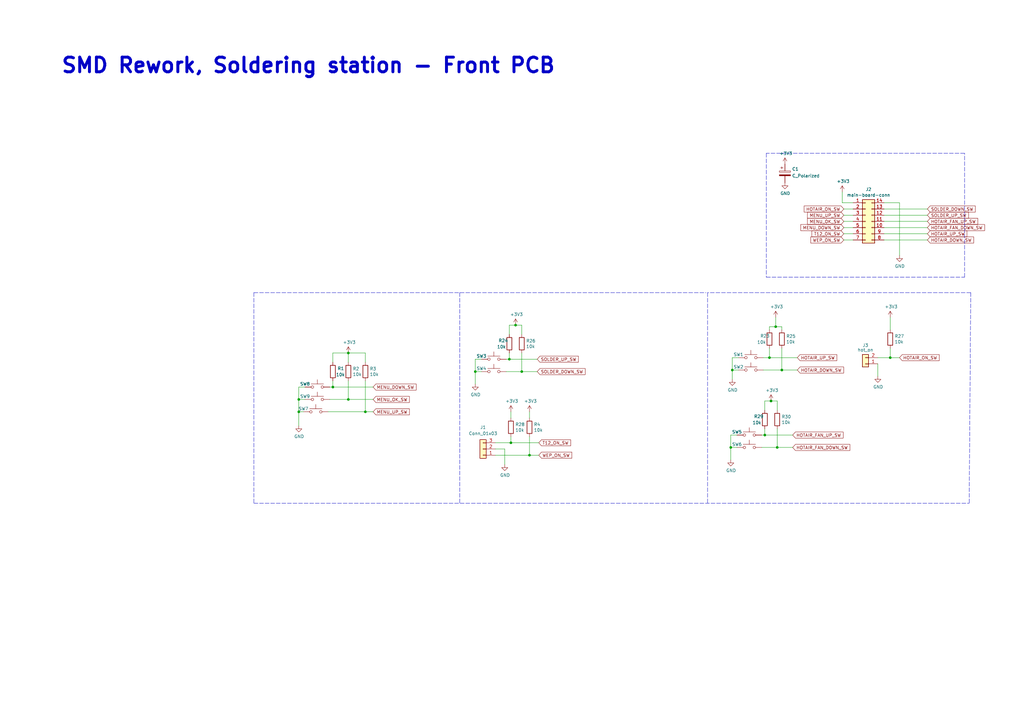
<source format=kicad_sch>
(kicad_sch (version 20211123) (generator eeschema)
  (paper "A3")
  (lib_symbols
    (symbol "Connector_Generic:Conn_01x02" (pin_names (offset 1.016) hide)
      (property "Reference" "J" (at 0 2.54 0))
      (property "Value" "Conn_01x02" (at 0 -5.08 0))
      (symbol "Conn_01x02_1_1"
        (rectangle (start -1.27 -2.413) (end 0 -2.667) (stroke (width 0.1524)))
        (rectangle (start -1.27 0.127) (end 0 -0.127) (stroke (width 0.1524)))
        (rectangle (start -1.27 1.27) (end 1.27 -3.81) (stroke (width 0.254)) (fill (type background)))
        (pin passive line (at -5.08 0 0) (length 3.81) (name "Pin_1") (number "1"))
        (pin passive line (at -5.08 -2.54 0) (length 3.81) (name "Pin_2") (number "2"))
      )
    )
    (symbol "Connector_Generic:Conn_01x03" (pin_names (offset 1.016) hide)
      (property "Reference" "J" (at 0 5.08 0))
      (property "Value" "Conn_01x03" (at 0 -5.08 0))
      (symbol "Conn_01x03_1_1"
        (rectangle (start -1.27 -2.413) (end 0 -2.667) (stroke (width 0.1524)))
        (rectangle (start -1.27 0.127) (end 0 -0.127) (stroke (width 0.1524)))
        (rectangle (start -1.27 2.667) (end 0 2.413) (stroke (width 0.1524)))
        (rectangle (start -1.27 3.81) (end 1.27 -3.81) (stroke (width 0.254)) (fill (type background)))
        (pin passive line (at -5.08 2.54 0) (length 3.81) (name "Pin_1") (number "1"))
        (pin passive line (at -5.08 0 0) (length 3.81) (name "Pin_2") (number "2"))
        (pin passive line (at -5.08 -2.54 0) (length 3.81) (name "Pin_3") (number "3"))
      )
    )
    (symbol "Connector_Generic:Conn_02x07_Counter_Clockwise" (pin_names (offset 1.016) hide)
      (property "Reference" "J" (at 1.27 10.16 0))
      (property "Value" "Conn_02x07_Counter_Clockwise" (at 1.27 -10.16 0))
      (symbol "Conn_02x07_Counter_Clockwise_1_1"
        (rectangle (start -1.27 -7.493) (end 0 -7.747) (stroke (width 0.1524)))
        (rectangle (start -1.27 -4.953) (end 0 -5.207) (stroke (width 0.1524)))
        (rectangle (start -1.27 -2.413) (end 0 -2.667) (stroke (width 0.1524)))
        (rectangle (start -1.27 0.127) (end 0 -0.127) (stroke (width 0.1524)))
        (rectangle (start -1.27 2.667) (end 0 2.413) (stroke (width 0.1524)))
        (rectangle (start -1.27 5.207) (end 0 4.953) (stroke (width 0.1524)))
        (rectangle (start -1.27 7.747) (end 0 7.493) (stroke (width 0.1524)))
        (rectangle (start -1.27 8.89) (end 3.81 -8.89) (stroke (width 0.254)) (fill (type background)))
        (rectangle (start 3.81 -7.493) (end 2.54 -7.747) (stroke (width 0.1524)))
        (rectangle (start 3.81 -4.953) (end 2.54 -5.207) (stroke (width 0.1524)))
        (rectangle (start 3.81 -2.413) (end 2.54 -2.667) (stroke (width 0.1524)))
        (rectangle (start 3.81 0.127) (end 2.54 -0.127) (stroke (width 0.1524)))
        (rectangle (start 3.81 2.667) (end 2.54 2.413) (stroke (width 0.1524)))
        (rectangle (start 3.81 5.207) (end 2.54 4.953) (stroke (width 0.1524)))
        (rectangle (start 3.81 7.747) (end 2.54 7.493) (stroke (width 0.1524)))
        (pin passive line (at -5.08 7.62 0) (length 3.81) (name "Pin_1") (number "1"))
        (pin passive line (at 7.62 -2.54 180) (length 3.81) (name "Pin_10") (number "10"))
        (pin passive line (at 7.62 0 180) (length 3.81) (name "Pin_11") (number "11"))
        (pin passive line (at 7.62 2.54 180) (length 3.81) (name "Pin_12") (number "12"))
        (pin passive line (at 7.62 5.08 180) (length 3.81) (name "Pin_13") (number "13"))
        (pin passive line (at 7.62 7.62 180) (length 3.81) (name "Pin_14") (number "14"))
        (pin passive line (at -5.08 5.08 0) (length 3.81) (name "Pin_2") (number "2"))
        (pin passive line (at -5.08 2.54 0) (length 3.81) (name "Pin_3") (number "3"))
        (pin passive line (at -5.08 0 0) (length 3.81) (name "Pin_4") (number "4"))
        (pin passive line (at -5.08 -2.54 0) (length 3.81) (name "Pin_5") (number "5"))
        (pin passive line (at -5.08 -5.08 0) (length 3.81) (name "Pin_6") (number "6"))
        (pin passive line (at -5.08 -7.62 0) (length 3.81) (name "Pin_7") (number "7"))
        (pin passive line (at 7.62 -7.62 180) (length 3.81) (name "Pin_8") (number "8"))
        (pin passive line (at 7.62 -5.08 180) (length 3.81) (name "Pin_9") (number "9"))
      )
    )
    (symbol "Device:C_Polarized" (pin_numbers hide) (pin_names (offset 0.254))
      (property "Reference" "C" (at 0.635 2.54 0))
      (property "Value" "C_Polarized" (at 0.635 -2.54 0))
      (symbol "C_Polarized_0_1"
        (rectangle (start -2.286 0.508) (end 2.286 1.016))
        (polyline (pts (xy -1.778 2.286) (xy -0.762 2.286)))
        (polyline (pts (xy -1.27 2.794) (xy -1.27 1.778)))
        (rectangle (start 2.286 -0.508) (end -2.286 -1.016) (fill (type outline)))
      )
      (symbol "C_Polarized_1_1"
        (pin passive line (at 0 3.81 270) (length 2.794) (name "~") (number "1"))
        (pin passive line (at 0 -3.81 90) (length 2.794) (name "~") (number "2"))
      )
    )
    (symbol "Device:R" (pin_numbers hide) (pin_names (offset 0))
      (property "Reference" "R" (at 2.032 0 90))
      (property "Value" "R" (at 0 0 90))
      (symbol "R_0_1"
        (rectangle (start -1.016 -2.54) (end 1.016 2.54) (stroke (width 0.254)))
      )
      (symbol "R_1_1"
        (pin passive line (at 0 3.81 270) (length 1.27) (name "~") (number "1"))
        (pin passive line (at 0 -3.81 90) (length 1.27) (name "~") (number "2"))
      )
    )
    (symbol "Switch:SW_Push" (pin_numbers hide) (pin_names (offset 1.016) hide)
      (property "Reference" "SW" (at 1.27 2.54 0))
      (property "Value" "SW_Push" (at 0 -1.524 0))
      (symbol "SW_Push_0_1"
        (circle (center -2.032 0) (radius 0.508))
        (polyline (pts (xy 0 1.27) (xy 0 3.048)))
        (polyline (pts (xy 2.54 1.27) (xy -2.54 1.27)))
        (circle (center 2.032 0) (radius 0.508))
        (pin passive line (at -5.08 0 0) (length 2.54) (name "1") (number "1"))
        (pin passive line (at 5.08 0 180) (length 2.54) (name "2") (number "2"))
      )
    )
    (symbol "power:+3.3V" (power) (pin_names (offset 0))
      (property "Value" "+3.3V" (at 0 3.556 0))
      (symbol "+3.3V_0_1"
        (polyline (pts (xy -0.762 1.27) (xy 0 2.54)))
        (polyline (pts (xy 0 0) (xy 0 2.54)))
        (polyline (pts (xy 0 2.54) (xy 0.762 1.27)))
      )
      (symbol "+3.3V_1_1"
        (pin power_in line (at 0 0 90) (length 0) hide (name "+3V3") (number "1"))
      )
    )
    (symbol "power:GND" (power) (pin_names (offset 0))
      (property "Value" "GND" (at 0 -3.81 0))
      (symbol "GND_0_1"
        (polyline (pts (xy 0 0) (xy 0 -1.27) (xy 1.27 -1.27) (xy 0 -2.54) (xy -1.27 -1.27) (xy 0 -1.27)))
      )
      (symbol "GND_1_1"
        (pin power_in line (at 0 0 270) (length 0) hide (name "GND") (number "1"))
      )
    )
  )
  (junction (at 316.23 164.465))
  (junction (at 142.875 144.78))
  (junction (at 313.69 178.435))
  (junction (at 213.995 152.4))
  (junction (at 211.455 133.35))
  (junction (at 194.945 152.4))
  (junction (at 149.86 168.91))
  (junction (at 122.555 163.83))
  (junction (at 208.915 147.32))
  (junction (at 318.135 133.985))
  (junction (at 122.555 168.91))
  (junction (at 365.125 146.685))
  (junction (at 318.77 183.515))
  (junction (at 142.875 163.83))
  (junction (at 320.675 151.765))
  (junction (at 299.72 183.515))
  (junction (at 217.17 186.69))
  (junction (at 315.595 146.685))
  (junction (at 209.55 181.61))
  (junction (at 300.355 151.765))
  (junction (at 136.525 158.75))
  (wire (pts (xy 320.675 151.765) (xy 320.675 142.875)))
  (wire (pts (xy 153.035 163.83) (xy 142.875 163.83)))
  (polyline (pts (xy 398.145 120.015) (xy 397.51 206.375)))
  (wire (pts (xy 320.675 151.765) (xy 327.025 151.765)))
  (wire (pts (xy 345.44 78.74) (xy 345.44 83.185)))
  (wire (pts (xy 149.86 168.91) (xy 134.62 168.91)))
  (wire (pts (xy 312.42 178.435) (xy 313.69 178.435)))
  (wire (pts (xy 209.55 171.45) (xy 209.55 168.91)))
  (wire (pts (xy 213.995 133.35) (xy 213.995 137.16)))
  (wire (pts (xy 208.915 133.35) (xy 211.455 133.35)))
  (wire (pts (xy 122.555 163.83) (xy 122.555 168.91)))
  (polyline (pts (xy 188.595 120.015) (xy 188.595 206.375)))
  (wire (pts (xy 135.255 163.83) (xy 142.875 163.83)))
  (wire (pts (xy 380.365 85.725) (xy 362.585 85.725)))
  (wire (pts (xy 349.885 88.265) (xy 346.075 88.265)))
  (wire (pts (xy 346.075 90.805) (xy 349.885 90.805)))
  (wire (pts (xy 302.26 178.435) (xy 299.72 178.435)))
  (wire (pts (xy 217.17 171.45) (xy 217.17 168.91)))
  (wire (pts (xy 211.455 133.35) (xy 213.995 133.35)))
  (wire (pts (xy 208.915 137.16) (xy 208.915 133.35)))
  (wire (pts (xy 365.125 130.175) (xy 365.125 135.255)))
  (wire (pts (xy 302.895 146.685) (xy 300.355 146.685)))
  (wire (pts (xy 213.995 152.4) (xy 213.995 144.78)))
  (wire (pts (xy 346.075 85.725) (xy 349.885 85.725)))
  (wire (pts (xy 316.23 164.465) (xy 318.77 164.465)))
  (wire (pts (xy 313.055 146.685) (xy 315.595 146.685)))
  (wire (pts (xy 380.365 88.265) (xy 362.585 88.265)))
  (wire (pts (xy 142.875 163.83) (xy 142.875 156.21)))
  (wire (pts (xy 380.365 93.345) (xy 362.585 93.345)))
  (wire (pts (xy 122.555 158.75) (xy 122.555 163.83)))
  (wire (pts (xy 320.675 135.255) (xy 320.675 133.985)))
  (wire (pts (xy 125.095 158.75) (xy 122.555 158.75)))
  (polyline (pts (xy 395.605 62.865) (xy 314.325 62.865)))
  (wire (pts (xy 299.72 178.435) (xy 299.72 183.515)))
  (wire (pts (xy 122.555 168.91) (xy 122.555 174.625)))
  (wire (pts (xy 153.035 158.75) (xy 136.525 158.75)))
  (wire (pts (xy 313.69 168.275) (xy 313.69 164.465)))
  (wire (pts (xy 149.86 156.21) (xy 149.86 168.91)))
  (wire (pts (xy 313.055 151.765) (xy 320.675 151.765)))
  (wire (pts (xy 136.525 158.75) (xy 136.525 156.21)))
  (wire (pts (xy 318.77 164.465) (xy 318.77 168.275)))
  (wire (pts (xy 125.095 163.83) (xy 122.555 163.83)))
  (polyline (pts (xy 172.72 365.125) (xy 171.45 365.125)))
  (wire (pts (xy 318.135 130.175) (xy 318.135 133.985)))
  (wire (pts (xy 217.17 186.69) (xy 220.98 186.69)))
  (wire (pts (xy 349.885 83.185) (xy 345.44 83.185)))
  (wire (pts (xy 197.485 147.32) (xy 194.945 147.32)))
  (wire (pts (xy 362.585 98.425) (xy 380.365 98.425)))
  (wire (pts (xy 197.485 152.4) (xy 194.945 152.4)))
  (wire (pts (xy 136.525 148.59) (xy 136.525 144.78)))
  (wire (pts (xy 203.2 184.15) (xy 207.01 184.15)))
  (wire (pts (xy 313.69 178.435) (xy 313.69 175.895)))
  (wire (pts (xy 318.77 183.515) (xy 318.77 175.895)))
  (wire (pts (xy 149.86 148.59) (xy 149.86 144.78)))
  (wire (pts (xy 124.46 168.91) (xy 122.555 168.91)))
  (wire (pts (xy 346.075 98.425) (xy 349.885 98.425)))
  (wire (pts (xy 360.045 154.305) (xy 360.045 149.225)))
  (wire (pts (xy 302.26 183.515) (xy 299.72 183.515)))
  (wire (pts (xy 362.585 83.185) (xy 368.935 83.185)))
  (wire (pts (xy 312.42 183.515) (xy 318.77 183.515)))
  (wire (pts (xy 217.17 179.07) (xy 217.17 186.69)))
  (wire (pts (xy 325.12 183.515) (xy 318.77 183.515)))
  (wire (pts (xy 365.125 146.685) (xy 365.125 142.875)))
  (wire (pts (xy 302.895 151.765) (xy 300.355 151.765)))
  (wire (pts (xy 315.595 133.985) (xy 315.595 135.255)))
  (wire (pts (xy 362.585 95.885) (xy 380.365 95.885)))
  (wire (pts (xy 203.2 186.69) (xy 217.17 186.69)))
  (polyline (pts (xy 314.325 62.865) (xy 314.325 113.665)))
  (wire (pts (xy 368.935 146.685) (xy 365.125 146.685)))
  (wire (pts (xy 149.86 144.78) (xy 142.875 144.78)))
  (wire (pts (xy 315.595 146.685) (xy 315.595 142.875)))
  (wire (pts (xy 380.365 90.805) (xy 362.585 90.805)))
  (wire (pts (xy 209.55 181.61) (xy 220.98 181.61)))
  (polyline (pts (xy 290.195 120.015) (xy 290.195 206.375)))
  (wire (pts (xy 299.72 183.515) (xy 299.72 188.595)))
  (wire (pts (xy 300.355 155.575) (xy 300.355 151.765)))
  (wire (pts (xy 220.345 152.4) (xy 213.995 152.4)))
  (wire (pts (xy 208.915 147.32) (xy 208.915 144.78)))
  (polyline (pts (xy 398.145 120.015) (xy 290.195 120.015)))
  (wire (pts (xy 220.345 147.32) (xy 208.915 147.32)))
  (polyline (pts (xy 314.325 113.665) (xy 395.605 113.665)))
  (wire (pts (xy 318.135 133.985) (xy 315.595 133.985)))
  (wire (pts (xy 300.355 146.685) (xy 300.355 151.765)))
  (wire (pts (xy 209.55 181.61) (xy 209.55 179.07)))
  (wire (pts (xy 320.675 133.985) (xy 318.135 133.985)))
  (wire (pts (xy 149.86 168.91) (xy 153.035 168.91)))
  (wire (pts (xy 203.2 181.61) (xy 209.55 181.61)))
  (wire (pts (xy 135.255 158.75) (xy 136.525 158.75)))
  (wire (pts (xy 313.69 164.465) (xy 316.23 164.465)))
  (wire (pts (xy 360.045 146.685) (xy 365.125 146.685)))
  (polyline (pts (xy 104.14 120.015) (xy 289.56 120.015)))
  (polyline (pts (xy 104.14 120.015) (xy 104.14 206.375)))
  (wire (pts (xy 315.595 146.685) (xy 327.025 146.685)))
  (wire (pts (xy 194.945 147.32) (xy 194.945 152.4)))
  (polyline (pts (xy 104.14 206.375) (xy 397.51 206.375)))
  (wire (pts (xy 142.875 144.78) (xy 142.875 148.59)))
  (wire (pts (xy 194.945 152.4) (xy 194.945 157.48)))
  (wire (pts (xy 207.645 152.4) (xy 213.995 152.4)))
  (wire (pts (xy 207.01 184.15) (xy 207.01 190.5)))
  (wire (pts (xy 136.525 144.78) (xy 142.875 144.78)))
  (wire (pts (xy 325.12 178.435) (xy 313.69 178.435)))
  (wire (pts (xy 207.645 147.32) (xy 208.915 147.32)))
  (polyline (pts (xy 395.605 113.665) (xy 395.605 62.865)))
  (wire (pts (xy 349.885 93.345) (xy 346.075 93.345)))
  (wire (pts (xy 349.885 95.885) (xy 346.075 95.885)))
  (wire (pts (xy 368.935 83.185) (xy 368.935 104.775)))
  (text "SMD Rework, Soldering station - Front PCB" (at 24.765 30.48 0) (effects (font (size 5.9944 5.9944) (thickness 1.1989) bold) (justify left bottom)))
  (global_label "SOLDER_UP_SW" (shape input) (at 220.345 147.32 0) (property "Intersheet References" "${INTERSHEET_REFS}" (effects hide)))
  (global_label "HOTAIR_FAN_DOWN_SW" (shape input) (at 325.12 183.515 0) (property "Intersheet References" "${INTERSHEET_REFS}" (effects hide)))
  (global_label "HOTAIR_FAN_DOWN_SW" (shape input) (at 380.365 93.345 0) (property "Intersheet References" "${INTERSHEET_REFS}" (effects hide)))
  (global_label "MENU_DOWN_SW" (shape input) (at 153.035 158.75 0) (property "Intersheet References" "${INTERSHEET_REFS}" (effects hide)))
  (global_label "HOTAIR_UP_SW" (shape input) (at 327.025 146.685 0) (property "Intersheet References" "${INTERSHEET_REFS}" (effects hide)))
  (global_label "T12_ON_SW" (shape input) (at 346.075 95.885 180) (property "Intersheet References" "${INTERSHEET_REFS}" (effects hide)))
  (global_label "HOTAIR_ON_SW" (shape input) (at 346.075 85.725 180) (property "Intersheet References" "${INTERSHEET_REFS}" (effects hide)))
  (global_label "SOLDER_UP_SW" (shape input) (at 380.365 88.265 0) (property "Intersheet References" "${INTERSHEET_REFS}" (effects hide)))
  (global_label "HOTAIR_DOWN_SW" (shape input) (at 380.365 98.425 0) (property "Intersheet References" "${INTERSHEET_REFS}" (effects hide)))
  (global_label "MENU_OK_SW" (shape input) (at 153.035 163.83 0) (property "Intersheet References" "${INTERSHEET_REFS}" (effects hide)))
  (global_label "SOLDER_DOWN_SW" (shape input) (at 220.345 152.4 0) (property "Intersheet References" "${INTERSHEET_REFS}" (effects hide)))
  (global_label "SOLDER_DOWN_SW" (shape input) (at 380.365 85.725 0) (property "Intersheet References" "${INTERSHEET_REFS}" (effects hide)))
  (global_label "HOTAIR_FAN_UP_SW" (shape input) (at 325.12 178.435 0) (property "Intersheet References" "${INTERSHEET_REFS}" (effects hide)))
  (global_label "HOTAIR_DOWN_SW" (shape input) (at 327.025 151.765 0) (property "Intersheet References" "${INTERSHEET_REFS}" (effects hide)))
  (global_label "HOTAIR_UP_SW" (shape input) (at 380.365 95.885 0) (property "Intersheet References" "${INTERSHEET_REFS}" (effects hide)))
  (global_label "MENU_OK_SW" (shape input) (at 346.075 90.805 180) (property "Intersheet References" "${INTERSHEET_REFS}" (effects hide)))
  (global_label "HOTAIR_ON_SW" (shape input) (at 368.935 146.685 0) (property "Intersheet References" "${INTERSHEET_REFS}" (effects hide)))
  (global_label "HOTAIR_FAN_UP_SW" (shape input) (at 380.365 90.805 0) (property "Intersheet References" "${INTERSHEET_REFS}" (effects hide)))
  (global_label "MENU_UP_SW" (shape input) (at 346.075 88.265 180) (property "Intersheet References" "${INTERSHEET_REFS}" (effects hide)))
  (global_label "WEP_ON_SW" (shape input) (at 346.075 98.425 180) (property "Intersheet References" "${INTERSHEET_REFS}" (effects hide)))
  (global_label "T12_ON_SW" (shape input) (at 220.98 181.61 0) (property "Intersheet References" "${INTERSHEET_REFS}" (effects hide)))
  (global_label "WEP_ON_SW" (shape input) (at 220.98 186.69 0) (property "Intersheet References" "${INTERSHEET_REFS}" (effects hide)))
  (global_label "MENU_DOWN_SW" (shape input) (at 346.075 93.345 180) (property "Intersheet References" "${INTERSHEET_REFS}" (effects hide)))
  (global_label "MENU_UP_SW" (shape input) (at 153.035 168.91 0) (property "Intersheet References" "${INTERSHEET_REFS}" (effects hide)))
  (symbol (lib_id "Switch:SW_Push") (at 307.975 146.685 0) (unit 1)
    (property "Reference" "SW1" (at 302.895 145.415 0))
    (property "Value" "HOTAIR_UP" (effects hide))
    (property "Footprint" "My-Footprints:TACTILE_SWITCH_PTH_12MM" (effects hide))
  )
  (symbol (lib_id "Switch:SW_Push") (at 307.975 151.765 0) (unit 1)
    (property "Reference" "SW2" (at 302.895 150.495 0))
    (property "Value" "HOTAIR_DOWN" (effects hide))
    (property "Footprint" "My-Footprints:TACTILE_SWITCH_PTH_12MM" (effects hide))
  )
  (symbol (lib_id "Switch:SW_Push") (at 202.565 147.32 0) (unit 1)
    (property "Reference" "SW3" (at 197.485 146.05 0))
    (property "Value" "SIRON_UP" (effects hide))
    (property "Footprint" "My-Footprints:TACTILE_SWITCH_PTH_12MM" (effects hide))
  )
  (symbol (lib_id "Switch:SW_Push") (at 202.565 152.4 0) (unit 1)
    (property "Reference" "SW4" (at 197.485 151.13 0))
    (property "Value" "SIRON_DOWN" (effects hide))
    (property "Footprint" "My-Footprints:TACTILE_SWITCH_PTH_12MM" (effects hide))
  )
  (symbol (lib_id "power:GND") (at 194.945 157.48 0) (unit 1)
    (property "Reference" "#PWR0101" (effects hide))
    (property "Value" "GND" (at 195.072 161.8742 0))
  )
  (symbol (lib_id "Connector_Generic:Conn_01x02") (at 354.965 149.225 180) (unit 1)
    (property "Reference" "J3" (at 354.965 141.605 0))
    (property "Value" "hot_on" (at 354.965 143.51 0))
    (property "Footprint" "Connector_PinHeader_2.54mm:PinHeader_1x02_P2.54mm_Vertical" (effects hide))
  )
  (symbol (lib_id "power:GND") (at 360.045 154.305 0) (unit 1)
    (property "Reference" "#PWR0102" (effects hide))
    (property "Value" "GND" (at 360.172 158.6992 0))
  )
  (symbol (lib_id "power:GND") (at 207.01 190.5 0) (unit 1)
    (property "Reference" "#PWR0103" (effects hide))
    (property "Value" "GND" (at 207.137 194.8942 0))
  )
  (symbol (lib_id "Device:R") (at 315.595 139.065 180) (unit 1)
    (property "Reference" "R23" (at 311.785 137.795 0) (effects (justify right)))
    (property "Value" "10k" (at 310.515 140.335 0) (effects (justify right)))
    (property "Footprint" "Capacitors:0805" (effects hide))
  )
  (symbol (lib_id "Device:R") (at 320.675 139.065 180) (unit 1)
    (property "Reference" "R25" (at 322.453 137.8966 0) (effects (justify right)))
    (property "Value" "10k" (at 322.453 140.208 0) (effects (justify right)))
    (property "Footprint" "Capacitors:0805" (effects hide))
  )
  (symbol (lib_id "Device:R") (at 208.915 140.97 180) (unit 1)
    (property "Reference" "R24" (at 204.47 139.7 0) (effects (justify right)))
    (property "Value" "10k" (at 203.835 142.24 0) (effects (justify right)))
    (property "Footprint" "Capacitors:0805" (effects hide))
  )
  (symbol (lib_id "Device:R") (at 213.995 140.97 180) (unit 1)
    (property "Reference" "R26" (at 215.773 139.8016 0) (effects (justify right)))
    (property "Value" "10k" (at 215.773 142.113 0) (effects (justify right)))
    (property "Footprint" "Capacitors:0805" (effects hide))
  )
  (symbol (lib_id "Device:R") (at 365.125 139.065 180) (unit 1)
    (property "Reference" "R27" (at 366.903 137.8966 0) (effects (justify right)))
    (property "Value" "10k" (at 366.903 140.208 0) (effects (justify right)))
    (property "Footprint" "Capacitors:0805" (effects hide))
  )
  (symbol (lib_id "Device:R") (at 209.55 175.26 180) (unit 1)
    (property "Reference" "R28" (at 211.328 174.0916 0) (effects (justify right)))
    (property "Value" "10k" (at 211.328 176.403 0) (effects (justify right)))
    (property "Footprint" "Capacitors:0805" (effects hide))
  )
  (symbol (lib_id "power:GND") (at 300.355 155.575 0) (unit 1)
    (property "Reference" "#PWR0104" (effects hide))
    (property "Value" "GND" (at 300.482 159.9692 0))
  )
  (symbol (lib_id "power:+3.3V") (at 318.135 130.175 0) (unit 1)
    (property "Reference" "#PWR0105" (effects hide))
    (property "Value" "+3.3V" (at 318.516 125.7808 0))
  )
  (symbol (lib_id "power:+3.3V") (at 365.125 130.175 0) (unit 1)
    (property "Reference" "#PWR0106" (effects hide))
    (property "Value" "+3.3V" (at 365.506 125.7808 0))
  )
  (symbol (lib_id "power:+3.3V") (at 209.55 168.91 0) (unit 1)
    (property "Reference" "#PWR0107" (effects hide))
    (property "Value" "+3.3V" (at 209.931 164.5158 0))
  )
  (symbol (lib_id "power:+3.3V") (at 211.455 133.35 0) (unit 1)
    (property "Reference" "#PWR0108" (effects hide))
    (property "Value" "+3.3V" (at 211.836 128.9558 0))
  )
  (symbol (lib_id "Connector_Generic:Conn_02x07_Counter_Clockwise") (at 354.965 90.805 0) (unit 1)
    (property "Reference" "J2" (at 356.235 77.6732 0))
    (property "Value" "main-board-conn" (at 356.235 80.01 0))
    (property "Footprint" "My-Footprints:IDC-Header_2x07_P2.54mm_Vertical" (effects hide))
  )
  (symbol (lib_id "power:+3.3V") (at 345.44 78.74 0) (unit 1)
    (property "Reference" "#PWR0115" (effects hide))
    (property "Value" "+3.3V" (at 345.821 74.3458 0))
  )
  (symbol (lib_id "Switch:SW_Push") (at 307.34 178.435 0) (unit 1)
    (property "Reference" "SW5" (at 302.26 177.165 0))
    (property "Value" "FAN_UP" (effects hide))
    (property "Footprint" "My-Footprints:TACTILE_SWITCH_PTH_12MM" (effects hide))
  )
  (symbol (lib_id "Switch:SW_Push") (at 307.34 183.515 0) (unit 1)
    (property "Reference" "SW6" (at 302.26 182.245 0))
    (property "Value" "FAN_DOWN" (effects hide))
    (property "Footprint" "My-Footprints:TACTILE_SWITCH_PTH_12MM" (effects hide))
  )
  (symbol (lib_id "power:GND") (at 299.72 188.595 0) (unit 1)
    (property "Reference" "#PWR0117" (effects hide))
    (property "Value" "GND" (at 299.847 192.9892 0))
  )
  (symbol (lib_id "Device:R") (at 313.69 172.085 180) (unit 1)
    (property "Reference" "R29" (at 309.245 170.815 0) (effects (justify right)))
    (property "Value" "10k" (at 308.61 173.355 0) (effects (justify right)))
    (property "Footprint" "Capacitors:0805" (effects hide))
  )
  (symbol (lib_id "Device:R") (at 318.77 172.085 180) (unit 1)
    (property "Reference" "R30" (at 320.548 170.9166 0) (effects (justify right)))
    (property "Value" "10k" (at 320.548 173.228 0) (effects (justify right)))
    (property "Footprint" "Capacitors:0805" (effects hide))
  )
  (symbol (lib_id "power:+3.3V") (at 316.23 164.465 0) (unit 1)
    (property "Reference" "#PWR0118" (effects hide))
    (property "Value" "+3.3V" (at 316.611 160.0708 0))
  )
  (symbol (lib_id "power:GND") (at 368.935 104.775 0) (unit 1)
    (property "Reference" "#PWR0114" (effects hide))
    (property "Value" "GND" (at 369.062 109.1692 0))
  )
  (symbol (lib_id "power:+3.3V") (at 142.875 144.78 0) (unit 1)
    (property "Reference" "#PWR0111" (effects hide))
    (property "Value" "+3.3V" (at 143.256 140.3858 0))
  )
  (symbol (lib_id "Device:R") (at 142.875 152.4 180) (unit 1)
    (property "Reference" "R2" (at 144.653 151.2316 0) (effects (justify right)))
    (property "Value" "10k" (at 144.653 153.543 0) (effects (justify right)))
    (property "Footprint" "Capacitors:0805" (effects hide))
  )
  (symbol (lib_id "Device:R") (at 136.525 152.4 180) (unit 1)
    (property "Reference" "R1" (at 138.43 151.13 0) (effects (justify right)))
    (property "Value" "10k" (at 137.795 153.67 0) (effects (justify right)))
    (property "Footprint" "Capacitors:0805" (effects hide))
  )
  (symbol (lib_id "power:GND") (at 122.555 174.625 0) (unit 1)
    (property "Reference" "#PWR0112" (effects hide))
    (property "Value" "GND" (at 122.682 179.0192 0))
  )
  (symbol (lib_id "Switch:SW_Push") (at 130.175 163.83 0) (unit 1)
    (property "Reference" "SW9" (at 125.095 162.56 0))
    (property "Value" "MENU_OK" (effects hide))
    (property "Footprint" "My-Footprints:TACTILE_SWITCH_PTH_12MM" (effects hide))
  )
  (symbol (lib_id "Switch:SW_Push") (at 130.175 158.75 0) (unit 1)
    (property "Reference" "SW8" (at 125.095 157.48 0))
    (property "Value" "MENU_DOWN" (effects hide))
    (property "Footprint" "My-Footprints:TACTILE_SWITCH_PTH_12MM" (effects hide))
  )
  (symbol (lib_id "Device:R") (at 149.86 152.4 180) (unit 1)
    (property "Reference" "R3" (at 151.638 151.2316 0) (effects (justify right)))
    (property "Value" "10k" (at 151.638 153.543 0) (effects (justify right)))
    (property "Footprint" "Capacitors:0805" (effects hide))
  )
  (symbol (lib_id "Switch:SW_Push") (at 129.54 168.91 0) (unit 1)
    (property "Reference" "SW7" (at 124.46 167.64 0))
    (property "Value" "MENU_UP" (effects hide))
    (property "Footprint" "My-Footprints:TACTILE_SWITCH_PTH_12MM" (effects hide))
  )
  (symbol (lib_id "power:+3.3V") (at 217.17 168.91 0) (unit 1)
    (property "Reference" "#PWR0110" (effects hide))
    (property "Value" "+3.3V" (at 217.551 164.5158 0))
  )
  (symbol (lib_id "Device:R") (at 217.17 175.26 180) (unit 1)
    (property "Reference" "R4" (at 218.948 174.0916 0) (effects (justify right)))
    (property "Value" "10k" (at 218.948 176.403 0) (effects (justify right)))
    (property "Footprint" "Capacitors:0805" (effects hide))
  )
  (symbol (lib_id "Device:C_Polarized") (at 321.945 71.12 0) (unit 1)
    (property "Reference" "C1" (at 324.866 69.3225 0) (effects (justify left)))
    (property "Value" "C_Polarized" (at 324.866 72.0976 0) (effects (justify left)))
    (property "Footprint" "Capacitors_Tantalum_SMD:CP_Tantalum_Case-B_EIA-3528-21_Hand" (effects hide))
  )
  (symbol (lib_id "power:GND") (at 321.945 74.93 0) (unit 1)
    (property "Reference" "#PWR0113" (effects hide))
    (property "Value" "GND" (at 322.072 79.3242 0))
  )
  (symbol (lib_id "power:+3.3V") (at 321.945 67.31 0) (unit 1)
    (property "Reference" "#PWR0109" (effects hide))
    (property "Value" "+3.3V" (at 322.326 62.9158 0))
  )
  (symbol (lib_id "Connector_Generic:Conn_01x03") (at 198.12 184.15 180) (unit 1)
    (property "Reference" "J1" (at 198.12 175.26 0))
    (property "Value" "Conn_01x03" (at 198.12 177.8 0))
    (property "Footprint" "Connector_PinHeader_2.54mm:PinHeader_1x03_P2.54mm_Vertical" (effects hide))
  )
)
</source>
